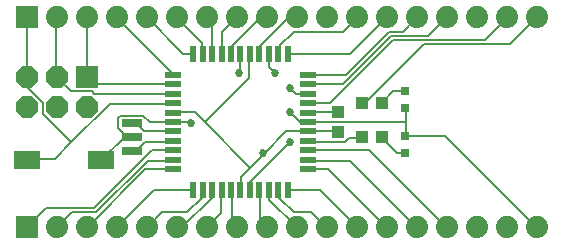
<source format=gtl>
G75*
%MOIN*%
%OFA0B0*%
%FSLAX25Y25*%
%IPPOS*%
%LPD*%
%AMOC8*
5,1,8,0,0,1.08239X$1,22.5*
%
%ADD10R,0.03937X0.04331*%
%ADD11R,0.07400X0.07400*%
%ADD12OC8,0.07400*%
%ADD13R,0.03150X0.03150*%
%ADD14R,0.09055X0.06299*%
%ADD15C,0.07400*%
%ADD16R,0.06693X0.02756*%
%ADD17R,0.05800X0.02000*%
%ADD18R,0.02000X0.05800*%
%ADD19C,0.00800*%
%ADD20C,0.02700*%
D10*
X0111000Y0038904D03*
X0118904Y0037250D03*
X0125596Y0037250D03*
X0111000Y0045596D03*
X0118904Y0048500D03*
X0125596Y0048500D03*
D11*
X0007250Y0007250D03*
X0027250Y0057250D03*
X0007250Y0077250D03*
D12*
X0007250Y0057250D03*
X0017250Y0057250D03*
X0017250Y0047250D03*
X0027250Y0047250D03*
X0007250Y0047250D03*
D13*
X0133500Y0046797D03*
X0133500Y0052703D03*
X0133500Y0037703D03*
X0133500Y0031797D03*
D14*
X0032152Y0029750D03*
X0007348Y0029750D03*
D15*
X0017250Y0007250D03*
X0027250Y0007250D03*
X0037250Y0007250D03*
X0047250Y0007250D03*
X0057250Y0007250D03*
X0067250Y0007250D03*
X0077250Y0007250D03*
X0087250Y0007250D03*
X0097250Y0007250D03*
X0107250Y0007250D03*
X0117250Y0007250D03*
X0127250Y0007250D03*
X0137250Y0007250D03*
X0147250Y0007250D03*
X0157250Y0007250D03*
X0167250Y0007250D03*
X0177250Y0007250D03*
X0177250Y0077250D03*
X0167250Y0077250D03*
X0157250Y0077250D03*
X0147250Y0077250D03*
X0137250Y0077250D03*
X0127250Y0077250D03*
X0117250Y0077250D03*
X0107250Y0077250D03*
X0097250Y0077250D03*
X0087250Y0077250D03*
X0077250Y0077250D03*
X0067250Y0077250D03*
X0057250Y0077250D03*
X0047250Y0077250D03*
X0037250Y0077250D03*
X0027250Y0077250D03*
X0017250Y0077250D03*
D16*
X0042250Y0041974D03*
X0042250Y0037250D03*
X0042250Y0032526D03*
D17*
X0055900Y0032850D03*
X0055900Y0029650D03*
X0055900Y0026550D03*
X0055900Y0035950D03*
X0055900Y0039150D03*
X0055900Y0042250D03*
X0055900Y0045350D03*
X0055900Y0048550D03*
X0055900Y0051650D03*
X0055900Y0054850D03*
X0055900Y0057950D03*
X0101100Y0057950D03*
X0101100Y0054850D03*
X0101100Y0051650D03*
X0101100Y0048550D03*
X0101100Y0045350D03*
X0101100Y0042250D03*
X0101100Y0039150D03*
X0101100Y0035950D03*
X0101100Y0032850D03*
X0101100Y0029650D03*
X0101100Y0026550D03*
D18*
X0094200Y0019650D03*
X0091100Y0019650D03*
X0087900Y0019650D03*
X0084800Y0019650D03*
X0081600Y0019650D03*
X0078500Y0019650D03*
X0075400Y0019650D03*
X0072200Y0019650D03*
X0069100Y0019650D03*
X0065900Y0019650D03*
X0062800Y0019650D03*
X0062800Y0064850D03*
X0065900Y0064850D03*
X0069100Y0064850D03*
X0072200Y0064850D03*
X0075400Y0064850D03*
X0078500Y0064850D03*
X0081600Y0064850D03*
X0084800Y0064850D03*
X0087900Y0064850D03*
X0091100Y0064850D03*
X0094200Y0064850D03*
D19*
X0094450Y0065050D01*
X0115100Y0065050D01*
X0127000Y0076950D01*
X0127250Y0077250D01*
X0117250Y0077250D02*
X0117200Y0076950D01*
X0112650Y0072400D01*
X0096200Y0072400D01*
X0091300Y0067500D01*
X0091300Y0065050D01*
X0091100Y0064850D01*
X0088150Y0064700D02*
X0087900Y0064850D01*
X0088150Y0064700D02*
X0088150Y0060500D01*
X0089900Y0058750D01*
X0081500Y0057000D02*
X0066625Y0042125D01*
X0063300Y0045450D01*
X0055950Y0045450D01*
X0055900Y0045350D01*
X0055600Y0042300D02*
X0055900Y0042250D01*
X0056300Y0042300D01*
X0061550Y0042300D01*
X0061900Y0041950D01*
X0066625Y0042125D02*
X0081675Y0027075D01*
X0078700Y0024100D01*
X0078700Y0019900D01*
X0078500Y0019650D01*
X0075550Y0019550D02*
X0075400Y0019650D01*
X0075550Y0019550D02*
X0075550Y0008700D01*
X0076950Y0007300D01*
X0077250Y0007250D01*
X0072050Y0011850D02*
X0067500Y0007300D01*
X0067250Y0007250D01*
X0059100Y0007300D02*
X0057350Y0007300D01*
X0057250Y0007250D01*
X0059100Y0007300D02*
X0068900Y0017100D01*
X0068900Y0019550D01*
X0069100Y0019650D01*
X0072050Y0019550D02*
X0072200Y0019650D01*
X0072050Y0019550D02*
X0072050Y0011850D01*
X0065750Y0017100D02*
X0060850Y0012200D01*
X0052450Y0012200D01*
X0047550Y0007300D01*
X0047250Y0007250D01*
X0037400Y0007300D02*
X0037250Y0007250D01*
X0037400Y0007300D02*
X0049650Y0019550D01*
X0062600Y0019550D01*
X0062800Y0019650D01*
X0065750Y0019550D02*
X0065900Y0019650D01*
X0065750Y0019550D02*
X0065750Y0017100D01*
X0081600Y0019650D02*
X0081850Y0019900D01*
X0081850Y0022350D01*
X0095150Y0035650D01*
X0101100Y0035650D02*
X0101100Y0035950D01*
X0101100Y0035650D02*
X0113350Y0035650D01*
X0114750Y0037050D01*
X0118600Y0037050D01*
X0118904Y0037250D01*
X0125596Y0037250D02*
X0125600Y0037050D01*
X0130850Y0031800D01*
X0133300Y0031800D01*
X0133500Y0031797D01*
X0133500Y0037703D02*
X0134000Y0037750D01*
X0146600Y0037750D01*
X0177050Y0007300D01*
X0177250Y0007250D01*
X0147250Y0007250D02*
X0146950Y0007300D01*
X0121400Y0032850D01*
X0101100Y0032850D01*
X0101100Y0029650D02*
X0101100Y0029350D01*
X0115100Y0029350D01*
X0137150Y0007300D01*
X0137250Y0007250D01*
X0127250Y0007250D02*
X0127000Y0007300D01*
X0107750Y0026550D01*
X0101100Y0026550D01*
X0104950Y0019550D02*
X0094450Y0019550D01*
X0094200Y0019650D01*
X0091300Y0019550D02*
X0091100Y0019650D01*
X0091300Y0019550D02*
X0091300Y0017100D01*
X0096200Y0012200D01*
X0102150Y0012200D01*
X0107050Y0007300D01*
X0107250Y0007250D01*
X0117250Y0007250D02*
X0104950Y0019550D01*
X0097250Y0007300D02*
X0088150Y0016400D01*
X0088150Y0019550D01*
X0087900Y0019650D01*
X0085000Y0019550D02*
X0084800Y0019650D01*
X0085000Y0019550D02*
X0085000Y0009400D01*
X0087100Y0007300D01*
X0087250Y0007250D01*
X0097250Y0007300D02*
X0097250Y0007250D01*
X0055900Y0026550D02*
X0046850Y0026550D01*
X0027250Y0006950D01*
X0027250Y0007250D01*
X0022350Y0012200D02*
X0017450Y0007300D01*
X0017250Y0007250D01*
X0022350Y0012200D02*
X0030400Y0012200D01*
X0047550Y0029350D01*
X0055600Y0029350D01*
X0055900Y0029650D01*
X0055900Y0032850D02*
X0048950Y0032850D01*
X0029700Y0013600D01*
X0013600Y0013600D01*
X0007250Y0007250D01*
X0007348Y0029750D02*
X0007650Y0030050D01*
X0016750Y0030050D01*
X0022175Y0035475D01*
X0012550Y0045100D01*
X0012550Y0048600D01*
X0007300Y0053850D01*
X0007300Y0057000D01*
X0007250Y0057250D01*
X0007300Y0057350D01*
X0007300Y0076950D01*
X0007250Y0077250D01*
X0017100Y0076950D02*
X0017250Y0077250D01*
X0017100Y0076950D02*
X0017100Y0057350D01*
X0017250Y0057250D01*
X0017450Y0057000D01*
X0022000Y0052450D01*
X0029000Y0052450D01*
X0029700Y0051750D01*
X0055600Y0051750D01*
X0055900Y0051650D01*
X0055900Y0054850D02*
X0055600Y0054900D01*
X0029350Y0054900D01*
X0027250Y0057000D01*
X0027250Y0057250D01*
X0027250Y0077250D01*
X0037250Y0077250D02*
X0037400Y0076950D01*
X0055600Y0058750D01*
X0055600Y0058050D01*
X0055900Y0057950D01*
X0062800Y0064850D02*
X0062600Y0065050D01*
X0059450Y0065050D01*
X0047250Y0077250D01*
X0057250Y0077250D02*
X0057350Y0076950D01*
X0065750Y0068550D01*
X0065750Y0065050D01*
X0065900Y0064850D01*
X0068900Y0065050D02*
X0069100Y0064850D01*
X0068900Y0065050D02*
X0068900Y0075550D01*
X0067500Y0076950D01*
X0067250Y0077250D01*
X0072400Y0072400D02*
X0077250Y0077250D01*
X0085000Y0076950D02*
X0087100Y0076950D01*
X0087250Y0077250D01*
X0085000Y0076950D02*
X0075550Y0067500D01*
X0075550Y0065050D01*
X0075400Y0064850D01*
X0072400Y0065050D02*
X0072200Y0064850D01*
X0072400Y0065050D02*
X0072400Y0072400D01*
X0085000Y0067500D02*
X0094450Y0076950D01*
X0097250Y0076950D01*
X0097250Y0077250D01*
X0085000Y0067500D02*
X0085000Y0065050D01*
X0084800Y0064850D01*
X0081600Y0064850D02*
X0081500Y0064700D01*
X0081500Y0057000D01*
X0078350Y0059100D02*
X0078000Y0058750D01*
X0078350Y0059100D02*
X0078350Y0064700D01*
X0078500Y0064850D01*
X0101100Y0058050D02*
X0101100Y0057950D01*
X0101100Y0058050D02*
X0113700Y0058050D01*
X0128050Y0072400D01*
X0132600Y0072400D01*
X0137150Y0076950D01*
X0137250Y0077250D01*
X0141000Y0071000D02*
X0147250Y0077250D01*
X0141000Y0071000D02*
X0128750Y0071000D01*
X0112650Y0054900D01*
X0101100Y0054900D01*
X0101100Y0054850D01*
X0101100Y0051750D02*
X0096900Y0051750D01*
X0095150Y0053500D01*
X0101100Y0051750D02*
X0101100Y0051650D01*
X0101100Y0048600D02*
X0101100Y0048550D01*
X0101100Y0048600D02*
X0108450Y0048600D01*
X0129450Y0069600D01*
X0159900Y0069600D01*
X0167250Y0076950D01*
X0167250Y0077250D01*
X0168300Y0068200D02*
X0177050Y0076950D01*
X0177250Y0077250D01*
X0168300Y0068200D02*
X0139600Y0068200D01*
X0120000Y0048600D01*
X0118950Y0048600D01*
X0118904Y0048500D01*
X0125596Y0048500D02*
X0125600Y0048600D01*
X0129450Y0052450D01*
X0133300Y0052450D01*
X0133500Y0052703D01*
X0133500Y0046797D02*
X0133650Y0046500D01*
X0133650Y0042300D01*
X0101100Y0042300D01*
X0101100Y0042250D01*
X0100750Y0042300D01*
X0098300Y0042300D01*
X0095150Y0045450D01*
X0101100Y0045450D02*
X0101100Y0045350D01*
X0101100Y0045450D02*
X0110900Y0045450D01*
X0111000Y0045596D01*
X0110900Y0039150D02*
X0101100Y0039150D01*
X0093750Y0039150D01*
X0086225Y0031625D01*
X0086050Y0031800D01*
X0086225Y0031625D02*
X0081675Y0027075D01*
X0055900Y0035950D02*
X0055600Y0035650D01*
X0046850Y0035650D01*
X0044050Y0032850D01*
X0042300Y0032850D01*
X0042250Y0032526D01*
X0040200Y0037750D02*
X0032500Y0030050D01*
X0032152Y0029750D01*
X0022175Y0035475D02*
X0034950Y0048250D01*
X0055600Y0048250D01*
X0055900Y0048550D01*
X0048250Y0042300D02*
X0046150Y0044400D01*
X0038450Y0044400D01*
X0037750Y0043700D01*
X0037750Y0040200D01*
X0040200Y0037750D01*
X0042250Y0037250D01*
X0041950Y0037400D01*
X0040550Y0037400D01*
X0040200Y0037750D01*
X0043700Y0041950D02*
X0046500Y0039150D01*
X0055900Y0039150D01*
X0055600Y0042300D02*
X0048250Y0042300D01*
X0043700Y0041950D02*
X0042300Y0041950D01*
X0042250Y0041974D01*
X0110900Y0039150D02*
X0111000Y0038904D01*
X0133500Y0037703D02*
X0133650Y0037750D01*
X0133650Y0042300D01*
D20*
X0095150Y0045450D03*
X0095150Y0053500D03*
X0089900Y0058750D03*
X0078000Y0058750D03*
X0061900Y0041950D03*
X0086050Y0031800D03*
X0095150Y0035650D03*
M02*

</source>
